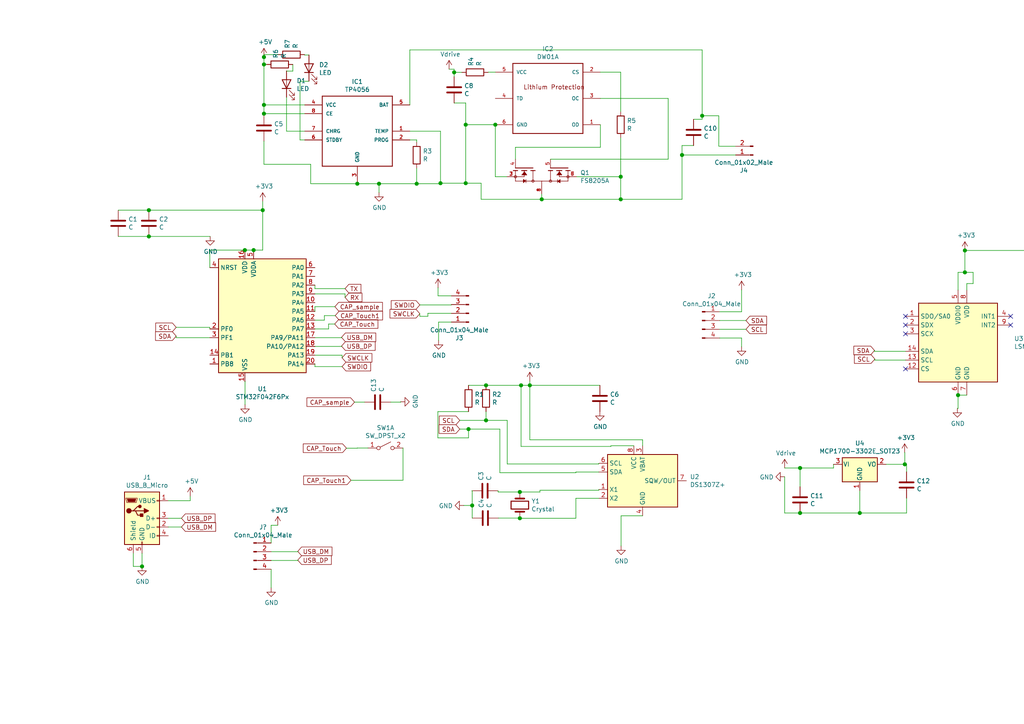
<source format=kicad_sch>
(kicad_sch (version 20200828) (generator eeschema)
  (page 1 1)
  (paper "A4")
  (lib_symbols
    (symbol "Connector:Conn_01x02_Male" (pin_names (offset 1.016) hide)
      (property "Reference" "J" (at 0 2.54 0))
      (property "Value" "Conn_01x02_Male" (at 0 -5.08 0))
      (symbol "Conn_01x02_Male_1_1"
        (rectangle (start 0.8636 -2.413) (end 0 -2.667) (stroke (width 0.1524)) (fill (type outline)))
        (rectangle (start 0.8636 0.127) (end 0 -0.127) (stroke (width 0.1524)) (fill (type outline)))
        (polyline (pts (xy 1.27 -2.54) (xy 0.8636 -2.54)) (stroke (width 0.1524)))
        (polyline (pts (xy 1.27 0) (xy 0.8636 0)) (stroke (width 0.1524)))
        (pin passive line (at 5.08 0 180) (length 3.81) (name "Pin_1") (number "1"))
        (pin passive line (at 5.08 -2.54 180) (length 3.81) (name "Pin_2") (number "2"))
      )
    )
    (symbol "Connector:Conn_01x04_Male" (pin_names (offset 1.016) hide)
      (property "Reference" "J" (at 0 5.08 0))
      (property "Value" "Conn_01x04_Male" (at 0 -7.62 0))
      (symbol "Conn_01x04_Male_1_1"
        (rectangle (start 0.8636 -4.953) (end 0 -5.207) (stroke (width 0.1524)) (fill (type outline)))
        (rectangle (start 0.8636 -2.413) (end 0 -2.667) (stroke (width 0.1524)) (fill (type outline)))
        (rectangle (start 0.8636 0.127) (end 0 -0.127) (stroke (width 0.1524)) (fill (type outline)))
        (rectangle (start 0.8636 2.667) (end 0 2.413) (stroke (width 0.1524)) (fill (type outline)))
        (polyline (pts (xy 1.27 -5.08) (xy 0.8636 -5.08)) (stroke (width 0.1524)))
        (polyline (pts (xy 1.27 -2.54) (xy 0.8636 -2.54)) (stroke (width 0.1524)))
        (polyline (pts (xy 1.27 0) (xy 0.8636 0)) (stroke (width 0.1524)))
        (polyline (pts (xy 1.27 2.54) (xy 0.8636 2.54)) (stroke (width 0.1524)))
        (pin passive line (at 5.08 2.54 180) (length 3.81) (name "Pin_1") (number "1"))
        (pin passive line (at 5.08 0 180) (length 3.81) (name "Pin_2") (number "2"))
        (pin passive line (at 5.08 -2.54 180) (length 3.81) (name "Pin_3") (number "3"))
        (pin passive line (at 5.08 -5.08 180) (length 3.81) (name "Pin_4") (number "4"))
      )
    )
    (symbol "Connector:USB_B_Micro" (pin_names (offset 1.016))
      (property "Reference" "J" (at -5.08 11.43 0))
      (property "Value" "USB_B_Micro" (at -5.08 8.89 0))
      (symbol "USB_B_Micro_0_1"
        (circle (center -3.81 2.159) (radius 0.635) (stroke (width 0.254)) (fill (type outline)))
        (circle (center -0.635 3.429) (radius 0.381) (stroke (width 0.254)) (fill (type outline)))
        (rectangle (start -5.08 -7.62) (end 5.08 7.62) (stroke (width 0.254)) (fill (type background)))
        (rectangle (start -0.127 -7.62) (end 0.127 -6.858))
        (rectangle (start 0.254 1.27) (end -0.508 0.508) (stroke (width 0.254)) (fill (type outline)))
        (rectangle (start 5.08 -5.207) (end 4.318 -4.953))
        (rectangle (start 5.08 -2.667) (end 4.318 -2.413))
        (rectangle (start 5.08 -0.127) (end 4.318 0.127))
        (rectangle (start 5.08 4.953) (end 4.318 5.207))
        (polyline (pts (xy -1.905 2.159) (xy 0.635 2.159)) (stroke (width 0.254)))
        (polyline (pts (xy -3.175 2.159) (xy -2.54 2.159) (xy -1.27 3.429) (xy -0.635 3.429)) (stroke (width 0.254)))
        (polyline (pts (xy -2.54 2.159) (xy -1.905 2.159) (xy -1.27 0.889) (xy 0 0.889)) (stroke (width 0.254)))
        (polyline (pts (xy 0.635 2.794) (xy 0.635 1.524) (xy 1.905 2.159) (xy 0.635 2.794)) (stroke (width 0.254)) (fill (type outline)))
        (polyline (pts (xy -4.318 5.588) (xy -1.778 5.588) (xy -2.032 4.826) (xy -4.064 4.826) (xy -4.318 5.588)) (fill (type outline)))
        (polyline (pts (xy -4.699 5.842) (xy -4.699 5.588) (xy -4.445 4.826) (xy -4.445 4.572) (xy -1.651 4.572) (xy -1.651 4.826) (xy -1.397 5.588) (xy -1.397 5.842) (xy -4.699 5.842)))
      )
      (symbol "USB_B_Micro_1_1"
        (pin power_out line (at 7.62 5.08 180) (length 2.54) (name "VBUS") (number "1"))
        (pin passive line (at 7.62 -2.54 180) (length 2.54) (name "D-") (number "2"))
        (pin passive line (at 7.62 0 180) (length 2.54) (name "D+") (number "3"))
        (pin passive line (at 7.62 -5.08 180) (length 2.54) (name "ID") (number "4"))
        (pin power_out line (at 0 -10.16 90) (length 2.54) (name "GND") (number "5"))
        (pin passive line (at -2.54 -10.16 90) (length 2.54) (name "Shield") (number "6"))
      )
    )
    (symbol "Device:C" (pin_numbers hide) (pin_names (offset 0.254))
      (property "Reference" "C" (at 0.635 2.54 0))
      (property "Value" "C" (at 0.635 -2.54 0))
      (symbol "C_0_1"
        (polyline (pts (xy -2.032 -0.762) (xy 2.032 -0.762)) (stroke (width 0.508)))
        (polyline (pts (xy -2.032 0.762) (xy 2.032 0.762)) (stroke (width 0.508)))
      )
      (symbol "C_1_1"
        (pin passive line (at 0 3.81 270) (length 2.794) (name "~") (number "1"))
        (pin passive line (at 0 -3.81 90) (length 2.794) (name "~") (number "2"))
      )
    )
    (symbol "Device:Crystal" (pin_numbers hide) (pin_names (offset 1.016) hide)
      (property "Reference" "Y" (at 0 3.81 0))
      (property "Value" "Crystal" (at 0 -3.81 0))
      (symbol "Crystal_0_1"
        (rectangle (start -1.143 2.54) (end 1.143 -2.54) (stroke (width 0.3048)))
        (polyline (pts (xy -2.54 0) (xy -1.905 0)))
        (polyline (pts (xy -1.905 -1.27) (xy -1.905 1.27)) (stroke (width 0.508)))
        (polyline (pts (xy 1.905 -1.27) (xy 1.905 1.27)) (stroke (width 0.508)))
        (polyline (pts (xy 2.54 0) (xy 1.905 0)))
      )
      (symbol "Crystal_1_1"
        (pin passive line (at -3.81 0 0) (length 1.27) (name "1") (number "1"))
        (pin passive line (at 3.81 0 180) (length 1.27) (name "2") (number "2"))
      )
    )
    (symbol "Device:LED" (pin_numbers hide) (pin_names (offset 1.016) hide)
      (property "Reference" "D" (at 0 2.54 0))
      (property "Value" "LED" (at 0 -2.54 0))
      (symbol "LED_0_1"
        (polyline (pts (xy -1.27 -1.27) (xy -1.27 1.27)) (stroke (width 0.254)))
        (polyline (pts (xy -1.27 0) (xy 1.27 0)))
        (polyline (pts (xy 1.27 -1.27) (xy 1.27 1.27) (xy -1.27 0) (xy 1.27 -1.27)) (stroke (width 0.254)))
        (polyline (pts (xy -3.048 -0.762) (xy -4.572 -2.286) (xy -3.81 -2.286) (xy -4.572 -2.286) (xy -4.572 -1.524)))
        (polyline (pts (xy -1.778 -0.762) (xy -3.302 -2.286) (xy -2.54 -2.286) (xy -3.302 -2.286) (xy -3.302 -1.524)))
      )
      (symbol "LED_1_1"
        (pin passive line (at -3.81 0 0) (length 2.54) (name "K") (number "1"))
        (pin passive line (at 3.81 0 180) (length 2.54) (name "A") (number "2"))
      )
    )
    (symbol "Device:R" (pin_numbers hide) (pin_names (offset 0))
      (property "Reference" "R" (at 2.032 0 90))
      (property "Value" "R" (at 0 0 90))
      (symbol "R_0_1"
        (rectangle (start -1.016 -2.54) (end 1.016 2.54) (stroke (width 0.254)))
      )
      (symbol "R_1_1"
        (pin passive line (at 0 3.81 270) (length 1.27) (name "~") (number "1"))
        (pin passive line (at 0 -3.81 90) (length 1.27) (name "~") (number "2"))
      )
    )
    (symbol "MCU_ST_STM32F0:STM32F042F6Px"
      (property "Reference" "U" (at -12.7 16.51 0))
      (property "Value" "STM32F042F6Px" (at 0 16.51 0))
      (symbol "STM32F042F6Px_0_1"
        (rectangle (start -12.7 -17.78) (end 12.7 15.24) (stroke (width 0.254)) (fill (type background)))
      )
      (symbol "STM32F042F6Px_1_1"
        (pin bidirectional line (at -15.24 -15.24 0) (length 2.54) (name "PB8") (number "1"))
        (pin bidirectional line (at 15.24 2.54 180) (length 2.54) (name "PA4") (number "10"))
        (pin bidirectional line (at 15.24 0 180) (length 2.54) (name "PA5") (number "11"))
        (pin bidirectional line (at 15.24 -2.54 180) (length 2.54) (name "PA6") (number "12"))
        (pin bidirectional line (at 15.24 -5.08 180) (length 2.54) (name "PA7") (number "13"))
        (pin bidirectional line (at -15.24 -12.7 0) (length 2.54) (name "PB1") (number "14"))
        (pin power_in line (at -5.08 -20.32 90) (length 2.54) (name "VSS") (number "15"))
        (pin power_in line (at -5.08 17.78 270) (length 2.54) (name "VDD") (number "16"))
        (pin bidirectional line (at 15.24 -7.62 180) (length 2.54) (name "PA9/PA11") (number "17"))
        (pin bidirectional line (at 15.24 -10.16 180) (length 2.54) (name "PA10/PA12") (number "18"))
        (pin bidirectional line (at 15.24 -12.7 180) (length 2.54) (name "PA13") (number "19"))
        (pin input line (at -15.24 -5.08 0) (length 2.54) (name "PF0") (number "2"))
        (pin bidirectional line (at 15.24 -15.24 180) (length 2.54) (name "PA14") (number "20"))
        (pin input line (at -15.24 -7.62 0) (length 2.54) (name "PF1") (number "3"))
        (pin input line (at -15.24 12.7 0) (length 2.54) (name "NRST") (number "4"))
        (pin power_in line (at -2.54 17.78 270) (length 2.54) (name "VDDA") (number "5"))
        (pin bidirectional line (at 15.24 12.7 180) (length 2.54) (name "PA0") (number "6"))
        (pin bidirectional line (at 15.24 10.16 180) (length 2.54) (name "PA1") (number "7"))
        (pin bidirectional line (at 15.24 7.62 180) (length 2.54) (name "PA2") (number "8"))
        (pin bidirectional line (at 15.24 5.08 180) (length 2.54) (name "PA3") (number "9"))
      )
    )
    (symbol "New_Library:DW01A" (pin_names (offset 1.016))
      (property "Reference" "IC" (at -5.08 11.43 0))
      (property "Value" "DW01A" (at -5.08 -12.7 0))
      (symbol "DW01A_0_0"
        (text "Lithium Protection" (at -7.112 2.54 0) (effects (font (size 1.27 1.27)) (justify left bottom)))
        (polyline (pts (xy -10.16 -10.16) (xy -10.16 10.16)) (stroke (width 0.254)))
        (polyline (pts (xy -10.16 10.16) (xy 10.16 10.16)) (stroke (width 0.254)))
        (polyline (pts (xy 10.16 10.16) (xy 10.16 -10.16)) (stroke (width 0.254)))
        (polyline (pts (xy 10.16 -10.16) (xy -10.16 -10.16)) (stroke (width 0.254)))
        (pin power_in line (at -15.24 7.62 0) (length 5.08) (name "VCC") (number "5"))
        (pin power_in line (at -15.24 -7.62 0) (length 5.08) (name "GND") (number "6"))
        (pin bidirectional line (at -15.24 0 0) (length 5.08) (name "TD") (number "4"))
        (pin bidirectional line (at 15.24 -7.62 180) (length 5.08) (name "OD") (number "1"))
        (pin bidirectional line (at 15.24 0 180) (length 5.08) (name "OC") (number "3"))
        (pin bidirectional line (at 15.24 7.62 180) (length 5.08) (name "CS") (number "2"))
      )
    )
    (symbol "New_Library:FS8205A" (pin_names (offset 1.016) hide)
      (property "Reference" "Q" (at -11.43 7.62 0))
      (property "Value" "FS8205A" (at -11.43 -12.7 0))
      (symbol "FS8205A_0_0"
        (circle (center 0 -7.62) (radius 0.3556))
        (circle (center 1.27 -2.54) (radius 0.3556))
        (circle (center 0 7.62) (radius 0.3556))
        (circle (center 1.27 2.54) (radius 0.3556))
        (polyline (pts (xy -1.778 -4.318) (xy -1.778 -5.08)) (stroke (width 0.254)))
        (polyline (pts (xy -1.778 -5.08) (xy -1.778 -5.842)) (stroke (width 0.254)))
        (polyline (pts (xy -1.778 -1.905) (xy -1.778 -2.54)) (stroke (width 0.254)))
        (polyline (pts (xy -1.778 -2.54) (xy -1.778 -3.175)) (stroke (width 0.254)))
        (polyline (pts (xy -1.778 -5.08) (xy 0 -5.08)) (stroke (width 0.1524)))
        (polyline (pts (xy 0 -5.08) (xy 0 -7.62)) (stroke (width 0.1524)))
        (polyline (pts (xy -1.778 -6.985) (xy -1.778 -7.62)) (stroke (width 0.254)))
        (polyline (pts (xy -1.778 -7.62) (xy -1.778 -8.255)) (stroke (width 0.254)))
        (polyline (pts (xy -2.54 -2.54) (xy -2.54 -7.62)) (stroke (width 0.254)))
        (polyline (pts (xy 0 -7.62) (xy -1.778 -7.62)) (stroke (width 0.1524)))
        (polyline (pts (xy 1.27 -2.54) (xy 1.27 -4.572)) (stroke (width 0.1524)))
        (polyline (pts (xy 1.27 -4.572) (xy 1.27 -7.62)) (stroke (width 0.1524)))
        (polyline (pts (xy 0 -7.62) (xy 1.27 -7.62)) (stroke (width 0.1524)))
        (polyline (pts (xy -1.778 -2.54) (xy 1.27 -2.54)) (stroke (width 0.1524)))
        (polyline (pts (xy 1.778 -4.572) (xy 1.27 -4.572)) (stroke (width 0.1524)))
        (polyline (pts (xy 1.27 -4.572) (xy 0.762 -4.572)) (stroke (width 0.1524)))
        (polyline (pts (xy 1.27 -4.572) (xy 0.762 -5.334) (xy 1.778 -5.334)) (stroke (width 0.1524)) (fill (type outline)))
        (polyline (pts (xy -1.524 -5.08) (xy -0.508 -4.318) (xy -0.508 -5.842)) (stroke (width 0.1524)) (fill (type outline)))
        (polyline (pts (xy -1.778 5.842) (xy -1.778 5.08)) (stroke (width 0.254)))
        (polyline (pts (xy -1.778 5.08) (xy -1.778 4.318)) (stroke (width 0.254)))
        (polyline (pts (xy -1.778 8.255) (xy -1.778 7.62)) (stroke (width 0.254)))
        (polyline (pts (xy -1.778 7.62) (xy -1.778 6.985)) (stroke (width 0.254)))
        (polyline (pts (xy -1.778 5.08) (xy 0 5.08)) (stroke (width 0.1524)))
        (polyline (pts (xy -1.778 3.175) (xy -1.778 2.54)) (stroke (width 0.254)))
        (polyline (pts (xy -1.778 2.54) (xy -1.778 1.905)) (stroke (width 0.254)))
        (polyline (pts (xy -2.54 7.62) (xy -2.54 2.54)) (stroke (width 0.254)))
        (polyline (pts (xy 1.27 2.54) (xy -1.778 2.54)) (stroke (width 0.1524)))
        (polyline (pts (xy -1.778 7.62) (xy 1.27 7.62)) (stroke (width 0.1524)))
        (polyline (pts (xy -1.524 5.08) (xy -0.508 5.842) (xy -0.508 4.318)) (stroke (width 0.1524)) (fill (type outline)))
        (polyline (pts (xy 1.27 2.54) (xy 1.27 4.572)) (stroke (width 0.1524)))
        (polyline (pts (xy 1.27 4.572) (xy 1.27 7.62)) (stroke (width 0.1524)))
        (polyline (pts (xy 0.762 4.572) (xy 1.27 4.572)) (stroke (width 0.1524)))
        (polyline (pts (xy 1.27 4.572) (xy 1.778 4.572)) (stroke (width 0.1524)))
        (polyline (pts (xy 1.27 4.572) (xy 1.778 5.334) (xy 0.762 5.334)) (stroke (width 0.1524)) (fill (type outline)))
        (polyline (pts (xy 0 7.62) (xy 0 5.08)) (stroke (width 0.1524)))
        (polyline (pts (xy 1.27 -2.54) (xy 1.27 0)) (stroke (width 0.1524)))
        (polyline (pts (xy 1.27 0) (xy 1.27 2.54)) (stroke (width 0.1524)))
        (polyline (pts (xy 1.27 0) (xy 2.54 0)) (stroke (width 0.1524)))
        (pin passive line (at 0 -10.16 90) (length 2.54) (name "~") (number "2"))
        (pin passive line (at 0 -10.16 90) (length 2.54) (name "~") (number "3"))
        (pin passive line (at -5.08 -7.62 0) (length 2.54) (name "~") (number "4"))
        (pin passive line (at 5.08 0 180) (length 2.54) (name "~") (number "1"))
        (pin passive line (at 5.08 0 180) (length 2.54) (name "~") (number "8"))
        (pin passive line (at -5.08 2.54 0) (length 2.54) (name "~") (number "5"))
        (pin passive line (at 0 10.16 270) (length 2.54) (name "~") (number "6"))
        (pin passive line (at 0 10.16 270) (length 2.54) (name "~") (number "7"))
      )
    )
    (symbol "New_Library:TP4056" (pin_names (offset 1.016))
      (property "Reference" "IC" (at -10.16 12.7 0))
      (property "Value" "TP4056" (at 2.54 -12.7254 0))
      (symbol "TP4056_0_0"
        (polyline (pts (xy -10.16 10.16) (xy -10.16 -10.16)) (stroke (width 0.254)))
        (polyline (pts (xy -10.16 -10.16) (xy 10.16 -10.16)) (stroke (width 0.254)))
        (polyline (pts (xy 10.16 -10.16) (xy 10.16 10.16)) (stroke (width 0.254)))
        (polyline (pts (xy 10.16 10.16) (xy -10.16 10.16)) (stroke (width 0.254)))
        (pin bidirectional line (at 15.24 0 180) (length 5.08) (name "TEMP") (number "1"))
        (pin bidirectional line (at 15.24 -2.54 180) (length 5.08) (name "PROG") (number "2"))
        (pin bidirectional line (at 0 -15.24 90) (length 5.08) (name "GND") (number "3"))
        (pin bidirectional line (at -15.24 7.62 0) (length 5.08) (name "VCC") (number "4"))
        (pin bidirectional line (at 15.24 7.62 180) (length 5.08) (name "BAT") (number "5"))
        (pin bidirectional line (at -15.24 -2.54 0) (length 5.08) (name "STDBY") (number "6"))
        (pin bidirectional line (at -15.24 0 0) (length 5.08) (name "CHRG") (number "7"))
        (pin bidirectional line (at -15.24 5.08 0) (length 5.08) (name "CE") (number "8"))
      )
    )
    (symbol "Sensor_Motion:LSM6DS3"
      (property "Reference" "U" (at -11.43 15.24 0))
      (property "Value" "LSM6DS3" (at -11.43 12.7 0))
      (symbol "LSM6DS3_0_1"
        (rectangle (start 11.43 11.43) (end -11.43 -11.43) (stroke (width 0.254)) (fill (type background)))
      )
      (symbol "LSM6DS3_1_1"
        (pin bidirectional line (at -15.24 7.62 0) (length 3.81) (name "SDO/SA0") (number "1"))
        (pin unconnected line (at 10.16 -5.08 180) (length 3.81) hide (name "NC") (number "10"))
        (pin unconnected line (at 10.16 -2.54 180) (length 3.81) hide (name "NC") (number "11"))
        (pin input line (at -15.24 -7.62 0) (length 3.81) (name "CS") (number "12"))
        (pin input line (at -15.24 -5.08 0) (length 3.81) (name "SCL") (number "13"))
        (pin bidirectional line (at -15.24 -2.54 0) (length 3.81) (name "SDA") (number "14"))
        (pin bidirectional line (at -15.24 5.08 0) (length 3.81) (name "SDX") (number "2"))
        (pin input line (at -15.24 2.54 0) (length 3.81) (name "SCX") (number "3"))
        (pin output line (at 15.24 7.62 180) (length 3.81) (name "INT1") (number "4"))
        (pin power_in line (at 0 15.24 270) (length 3.81) (name "VDDIO") (number "5"))
        (pin power_in line (at 0 -15.24 90) (length 3.81) (name "GND") (number "6"))
        (pin power_in line (at 2.54 -15.24 90) (length 3.81) (name "GND") (number "7"))
        (pin power_in line (at 2.54 15.24 270) (length 3.81) (name "VDD") (number "8"))
        (pin output line (at 15.24 5.08 180) (length 3.81) (name "INT2") (number "9"))
      )
    )
    (symbol "Switch:SW_DPST_x2" (pin_names (offset 0) hide)
      (property "Reference" "SW" (at 0 3.175 0))
      (property "Value" "SW_DPST_x2" (at 0 -2.54 0))
      (symbol "SW_DPST_x2_0_0"
        (circle (center -2.032 0) (radius 0.508))
        (circle (center 2.032 0) (radius 0.508))
        (polyline (pts (xy -1.524 0.254) (xy 1.524 1.778)))
      )
      (symbol "SW_DPST_x2_1_1"
        (pin passive line (at -5.08 0 0) (length 2.54) (name "A") (number "1"))
        (pin passive line (at 5.08 0 180) (length 2.54) (name "B") (number "2"))
      )
      (symbol "SW_DPST_x2_2_1"
        (pin passive line (at -5.08 0 0) (length 2.54) (name "A") (number "3"))
        (pin passive line (at 5.08 0 180) (length 2.54) (name "B") (number "4"))
      )
    )
    (symbol "Timer_RTC:DS1307Z+"
      (property "Reference" "U" (at -8.89 8.89 0))
      (property "Value" "DS1307Z+" (at 1.27 8.89 0))
      (symbol "DS1307Z+_0_1"
        (rectangle (start -10.16 7.62) (end 10.16 -7.62) (stroke (width 0.254)) (fill (type background)))
      )
      (symbol "DS1307Z+_1_1"
        (pin input line (at -12.7 -2.54 0) (length 2.54) (name "X1") (number "1"))
        (pin input line (at -12.7 -5.08 0) (length 2.54) (name "X2") (number "2"))
        (pin power_in line (at 0 10.16 270) (length 2.54) (name "VBAT") (number "3"))
        (pin power_in line (at 0 -10.16 90) (length 2.54) (name "GND") (number "4"))
        (pin bidirectional line (at -12.7 2.54 0) (length 2.54) (name "SDA") (number "5"))
        (pin input line (at -12.7 5.08 0) (length 2.54) (name "SCL") (number "6"))
        (pin open_collector line (at 12.7 0 180) (length 2.54) (name "SQW/OUT") (number "7"))
        (pin power_in line (at -2.54 10.16 270) (length 2.54) (name "VCC") (number "8"))
      )
    )
    (symbol "drone_v3-cache:MCP1700-3302E_SOT23" (pin_names (offset 0.254))
      (property "Reference" "U" (at -3.81 3.175 0))
      (property "Value" "MCP1700-3302E_SOT23" (at 0 3.175 0))
      (symbol "MCP1700-3302E_SOT23_0_1"
        (rectangle (start -5.08 1.905) (end 5.08 -5.08) (stroke (width 0.254)) (fill (type background)))
      )
      (symbol "MCP1700-3302E_SOT23_1_1"
        (pin power_in line (at 0 -7.62 90) (length 2.54) (name "GND") (number "1"))
        (pin power_out line (at 7.62 0 180) (length 2.54) (name "VO") (number "2"))
        (pin power_in line (at -7.62 0 0) (length 2.54) (name "VI") (number "3"))
      )
    )
    (symbol "power:+3.3V" (power) (pin_names (offset 0))
      (property "Value" "+3.3V" (at 0 3.556 0))
      (symbol "+3.3V_0_1"
        (polyline (pts (xy -0.762 1.27) (xy 0 2.54)))
        (polyline (pts (xy 0 0) (xy 0 2.54)))
        (polyline (pts (xy 0 2.54) (xy 0.762 1.27)))
      )
      (symbol "+3.3V_1_1"
        (pin power_in line (at 0 0 90) (length 0) hide (name "+3V3") (number "1"))
      )
    )
    (symbol "power:+3V3" (power) (pin_names (offset 0))
      (property "Value" "+3V3" (at 0 3.556 0))
      (symbol "+3V3_0_1"
        (polyline (pts (xy -0.762 1.27) (xy 0 2.54)))
        (polyline (pts (xy 0 0) (xy 0 2.54)))
        (polyline (pts (xy 0 2.54) (xy 0.762 1.27)))
      )
      (symbol "+3V3_1_1"
        (pin power_in line (at 0 0 90) (length 0) hide (name "+3V3") (number "1"))
      )
    )
    (symbol "power:+5V" (power) (pin_names (offset 0))
      (property "Value" "+5V" (at 0 3.556 0))
      (symbol "+5V_0_1"
        (polyline (pts (xy -0.762 1.27) (xy 0 2.54)))
        (polyline (pts (xy 0 0) (xy 0 2.54)))
        (polyline (pts (xy 0 2.54) (xy 0.762 1.27)))
      )
      (symbol "+5V_1_1"
        (pin power_in line (at 0 0 90) (length 0) hide (name "+5V") (number "1"))
      )
    )
    (symbol "power:GND" (power) (pin_names (offset 0))
      (property "Value" "GND" (at 0 -3.81 0))
      (symbol "GND_0_1"
        (polyline (pts (xy 0 0) (xy 0 -1.27) (xy 1.27 -1.27) (xy 0 -2.54) (xy -1.27 -1.27) (xy 0 -1.27)))
      )
      (symbol "GND_1_1"
        (pin power_in line (at 0 0 270) (length 0) hide (name "GND") (number "1"))
      )
    )
    (symbol "power:Vdrive" (power) (pin_names (offset 0))
      (property "Value" "Vdrive" (at 0 3.81 0))
      (symbol "Vdrive_0_1"
        (polyline (pts (xy -0.762 1.27) (xy 0 2.54)))
        (polyline (pts (xy 0 0) (xy 0 2.54)))
        (polyline (pts (xy 0 2.54) (xy 0.762 1.27)))
      )
      (symbol "Vdrive_1_1"
        (pin power_in line (at 0 0 90) (length 0) hide (name "Vdrive") (number "1"))
      )
    )
  )
  (junction (at 41.1988 164.2872) (diameter 1.016))
  (junction (at 43.18 60.96) (diameter 1.016))
  (junction (at 43.18 68.58) (diameter 1.016))
  (junction (at 71.0184 72.5424) (diameter 1.016))
  (junction (at 73.5584 72.5424) (diameter 1.016))
  (junction (at 76.2 60.96) (diameter 1.016))
  (junction (at 76.5556 16.5608) (diameter 1.016))
  (junction (at 76.5556 18.6944) (diameter 1.016))
  (junction (at 76.5556 30.4292) (diameter 1.016))
  (junction (at 76.5556 32.9692) (diameter 1.016))
  (junction (at 103.632 53.2892) (diameter 1.016))
  (junction (at 109.9312 53.2892) (diameter 1.016))
  (junction (at 120.8532 53.2892) (diameter 1.016))
  (junction (at 127.762 53.1368) (diameter 1.016))
  (junction (at 131.7244 20.9804) (diameter 1.016))
  (junction (at 135.0772 36.1696) (diameter 1.016))
  (junction (at 135.0772 53.1368) (diameter 1.016))
  (junction (at 135.89 124.46) (diameter 1.016))
  (junction (at 136.9568 146.6088) (diameter 1.016))
  (junction (at 140.97 111.76) (diameter 1.016))
  (junction (at 140.97 121.92) (diameter 1.016))
  (junction (at 143.6624 36.1696) (diameter 1.016))
  (junction (at 150.7744 142.6972) (diameter 1.016))
  (junction (at 150.7744 150.3172) (diameter 1.016))
  (junction (at 151.13 111.76) (diameter 1.016))
  (junction (at 153.67 111.76) (diameter 1.016))
  (junction (at 157.1244 57.8104) (diameter 1.016))
  (junction (at 180.0352 51.2572) (diameter 1.016))
  (junction (at 180.0352 57.8104) (diameter 1.016))
  (junction (at 197.8152 44.958) (diameter 1.016))
  (junction (at 203.6572 33.5788) (diameter 1.016))
  (junction (at 232.0544 135.7376) (diameter 1.016))
  (junction (at 232.0544 148.7932) (diameter 1.016))
  (junction (at 249.3772 148.7932) (diameter 1.016))
  (junction (at 262.4328 134.6708) (diameter 1.016))
  (junction (at 277.876 114.6048) (diameter 1.016))
  (junction (at 279.8572 72.644) (diameter 1.016))
  (junction (at 279.8572 78.994) (diameter 1.016))
  (junction (at 302.7172 72.644) (diameter 1.016))
  (junction (at 310.3372 81.534) (diameter 1.016))
  (no_connect (at 262.636 91.7448))
  (no_connect (at 262.636 106.9848))
  (no_connect (at 293.116 91.7448))
  (no_connect (at 293.116 94.2848))
  (no_connect (at 262.636 96.8248))
  (no_connect (at 262.636 94.2848))
  (wire (pts (xy 38.6588 160.4772) (xy 38.6588 164.2872)))
  (wire (pts (xy 38.6588 164.2872) (xy 41.1988 164.2872)))
  (wire (pts (xy 41.1988 160.4772) (xy 41.1988 164.2872)))
  (wire (pts (xy 43.18 60.96) (xy 34.29 60.96)))
  (wire (pts (xy 43.18 60.96) (xy 76.2 60.96)))
  (wire (pts (xy 43.18 68.58) (xy 34.29 68.58)))
  (wire (pts (xy 43.18 68.58) (xy 60.96 68.58)))
  (wire (pts (xy 48.8188 145.2372) (xy 55.1688 145.2372)))
  (wire (pts (xy 48.8188 150.3172) (xy 52.6288 150.3172)))
  (wire (pts (xy 48.8188 152.8572) (xy 52.6288 152.8572)))
  (wire (pts (xy 51.1048 94.9452) (xy 60.8584 94.9452)))
  (wire (pts (xy 51.1048 97.9424) (xy 51.1048 97.4852)))
  (wire (pts (xy 55.1688 145.2372) (xy 55.1688 143.9672)))
  (wire (pts (xy 60.8584 72.5424) (xy 71.0184 72.5424)))
  (wire (pts (xy 60.8584 77.6224) (xy 60.8584 72.5424)))
  (wire (pts (xy 60.8584 94.9452) (xy 60.8584 95.4024)))
  (wire (pts (xy 60.8584 97.9424) (xy 51.1048 97.9424)))
  (wire (pts (xy 71.0184 72.5424) (xy 73.5584 72.5424)))
  (wire (pts (xy 71.0692 110.6424) (xy 71.0184 110.6424)))
  (wire (pts (xy 71.0692 117.348) (xy 71.0692 110.6424)))
  (wire (pts (xy 76.2 60.96) (xy 76.2 58.42)))
  (wire (pts (xy 76.2 60.96) (xy 76.2 72.5424)))
  (wire (pts (xy 76.2 72.5424) (xy 73.5584 72.5424)))
  (wire (pts (xy 76.5556 15.8496) (xy 76.5556 16.5608)))
  (wire (pts (xy 76.5556 16.5608) (xy 76.5556 18.6944)))
  (wire (pts (xy 76.5556 18.6944) (xy 76.5556 30.4292)))
  (wire (pts (xy 76.5556 18.6944) (xy 77.3176 18.6944)))
  (wire (pts (xy 76.5556 30.4292) (xy 76.5556 32.9692)))
  (wire (pts (xy 76.5556 32.9692) (xy 76.5556 33.3248)))
  (wire (pts (xy 76.5556 40.9448) (xy 76.5556 47.6504)))
  (wire (pts (xy 76.5556 47.6504) (xy 90.1192 47.6504)))
  (wire (pts (xy 78.6384 152.3492) (xy 80.5688 152.3492)))
  (wire (pts (xy 78.6384 157.48) (xy 78.6384 152.3492)))
  (wire (pts (xy 78.6384 160.02) (xy 86.36 160.02)))
  (wire (pts (xy 78.6384 165.1) (xy 78.6384 170.4848)))
  (wire (pts (xy 80.7212 15.8496) (xy 76.5556 15.8496)))
  (wire (pts (xy 83.1088 20.574) (xy 83.1088 20.6248)))
  (wire (pts (xy 83.1088 20.6248) (xy 84.9376 20.6248)))
  (wire (pts (xy 83.1088 28.194) (xy 83.1088 38.0492)))
  (wire (pts (xy 83.1088 38.0492) (xy 88.392 38.0492)))
  (wire (pts (xy 84.9376 20.6248) (xy 84.9376 18.6944)))
  (wire (pts (xy 86.36 160.02) (xy 86.36 159.9184)))
  (wire (pts (xy 86.36 162.4584) (xy 86.36 162.56)))
  (wire (pts (xy 86.36 162.56) (xy 78.6384 162.56)))
  (wire (pts (xy 87.0204 23.5712) (xy 87.0204 40.5892)))
  (wire (pts (xy 87.0204 40.5892) (xy 88.392 40.5892)))
  (wire (pts (xy 88.3412 15.9512) (xy 88.3412 15.8496)))
  (wire (pts (xy 88.392 30.4292) (xy 76.5556 30.4292)))
  (wire (pts (xy 88.392 32.9692) (xy 76.5556 32.9692)))
  (wire (pts (xy 89.6112 15.9512) (xy 88.3412 15.9512)))
  (wire (pts (xy 89.6112 23.5712) (xy 87.0204 23.5712)))
  (wire (pts (xy 90.1192 47.6504) (xy 90.1192 53.2892)))
  (wire (pts (xy 90.1192 53.2892) (xy 103.632 53.2892)))
  (wire (pts (xy 91.3384 83.7184) (xy 91.3384 82.7024)))
  (wire (pts (xy 91.3384 85.2424) (xy 100.076 85.2424)))
  (wire (pts (xy 91.3384 88.9508) (xy 97.1296 88.9508)))
  (wire (pts (xy 91.3384 90.3224) (xy 91.3384 88.9508)))
  (wire (pts (xy 91.3384 92.8624) (xy 94.0816 92.8624)))
  (wire (pts (xy 91.3384 95.4024) (xy 95.3008 95.4024)))
  (wire (pts (xy 91.3384 97.9424) (xy 99.06 97.9424)))
  (wire (pts (xy 91.3384 103.0224) (xy 99.2124 103.0224)))
  (wire (pts (xy 91.3384 106.3244) (xy 91.3384 105.5624)))
  (wire (pts (xy 94.0816 91.5416) (xy 97.2312 91.5416)))
  (wire (pts (xy 94.0816 92.8624) (xy 94.0816 91.5416)))
  (wire (pts (xy 95.3008 93.98) (xy 97.0788 93.98)))
  (wire (pts (xy 95.3008 95.4024) (xy 95.3008 93.98)))
  (wire (pts (xy 99.06 97.9424) (xy 99.06 97.8408)))
  (wire (pts (xy 99.06 100.3808) (xy 99.06 100.4824)))
  (wire (pts (xy 99.06 100.4824) (xy 91.3384 100.4824)))
  (wire (pts (xy 99.2124 103.0224) (xy 99.2124 103.7844)))
  (wire (pts (xy 99.2124 106.3244) (xy 91.3384 106.3244)))
  (wire (pts (xy 100.076 83.7184) (xy 91.3384 83.7184)))
  (wire (pts (xy 100.076 85.2424) (xy 100.076 86.2584)))
  (wire (pts (xy 101.8032 139.2936) (xy 116.8908 139.2936)))
  (wire (pts (xy 102.8192 116.6368) (xy 105.7148 116.6368)))
  (wire (pts (xy 103.632 53.2892) (xy 109.9312 53.2892)))
  (wire (pts (xy 103.632 129.9464) (xy 103.632 129.9972)))
  (wire (pts (xy 103.632 129.9972) (xy 100.4824 129.9972)))
  (wire (pts (xy 106.7308 129.9464) (xy 103.632 129.9464)))
  (wire (pts (xy 109.9312 53.2892) (xy 109.9312 55.8292)))
  (wire (pts (xy 109.9312 53.2892) (xy 120.8532 53.2892)))
  (wire (pts (xy 113.3348 116.6368) (xy 116.1796 116.6368)))
  (wire (pts (xy 116.1796 116.6368) (xy 116.1796 116.5352)))
  (wire (pts (xy 116.8908 129.9464) (xy 116.8908 139.2936)))
  (wire (pts (xy 118.872 14.478) (xy 203.6572 14.478)))
  (wire (pts (xy 118.872 30.4292) (xy 118.872 14.478)))
  (wire (pts (xy 118.872 40.5892) (xy 120.8532 40.5892)))
  (wire (pts (xy 120.8532 40.5892) (xy 120.8532 41.1988)))
  (wire (pts (xy 120.8532 48.8188) (xy 120.8532 53.2892)))
  (wire (pts (xy 120.8532 53.2892) (xy 127.762 53.2892)))
  (wire (pts (xy 121.7676 88.4428) (xy 130.9116 88.4428)))
  (wire (pts (xy 121.7676 91.7448) (xy 121.7676 90.9828)))
  (wire (pts (xy 124.1044 90.8812) (xy 124.1044 91.7448)))
  (wire (pts (xy 124.1044 91.7448) (xy 121.7676 91.7448)))
  (wire (pts (xy 127 119.38) (xy 127 127)))
  (wire (pts (xy 127 127) (xy 135.89 127)))
  (wire (pts (xy 127.0508 85.8012) (xy 127.0508 83.4644)))
  (wire (pts (xy 127.2032 93.4212) (xy 127.2032 98.7552)))
  (wire (pts (xy 127.762 38.0492) (xy 118.872 38.0492)))
  (wire (pts (xy 127.762 38.0492) (xy 127.762 53.1368)))
  (wire (pts (xy 127.762 53.1368) (xy 127.762 53.2892)))
  (wire (pts (xy 127.762 53.1368) (xy 135.0772 53.1368)))
  (wire (pts (xy 130.2512 20.066) (xy 131.7244 20.066)))
  (wire (pts (xy 130.9116 85.8012) (xy 127.0508 85.8012)))
  (wire (pts (xy 130.9116 88.4428) (xy 130.9116 88.3412)))
  (wire (pts (xy 130.9116 90.8812) (xy 124.1044 90.8812)))
  (wire (pts (xy 130.9116 93.4212) (xy 127.2032 93.4212)))
  (wire (pts (xy 131.7244 20.066) (xy 131.7244 20.9804)))
  (wire (pts (xy 131.7244 20.9804) (xy 131.7244 22.2504)))
  (wire (pts (xy 131.7244 29.8704) (xy 135.0772 29.8704)))
  (wire (pts (xy 133.35 121.92) (xy 140.97 121.92)))
  (wire (pts (xy 133.9596 20.9804) (xy 131.7244 20.9804)))
  (wire (pts (xy 134.5184 146.6088) (xy 136.9568 146.6088)))
  (wire (pts (xy 135.0772 29.8704) (xy 135.0772 36.1696)))
  (wire (pts (xy 135.0772 36.1696) (xy 135.0772 53.1368)))
  (wire (pts (xy 135.0772 53.1368) (xy 139.5476 53.1368)))
  (wire (pts (xy 135.89 111.76) (xy 140.97 111.76)))
  (wire (pts (xy 135.89 119.38) (xy 127 119.38)))
  (wire (pts (xy 135.89 124.46) (xy 133.35 124.46)))
  (wire (pts (xy 135.89 124.46) (xy 144.9832 124.46)))
  (wire (pts (xy 135.89 127) (xy 135.89 124.46)))
  (wire (pts (xy 136.9568 142.3416) (xy 136.8552 142.3416)))
  (wire (pts (xy 136.9568 146.6088) (xy 136.9568 142.3416)))
  (wire (pts (xy 136.9568 150.2664) (xy 136.9568 146.6088)))
  (wire (pts (xy 139.5476 57.8104) (xy 139.5476 53.1368)))
  (wire (pts (xy 140.97 111.76) (xy 151.13 111.76)))
  (wire (pts (xy 140.97 119.38) (xy 140.97 121.92)))
  (wire (pts (xy 140.97 121.92) (xy 147.1168 121.92)))
  (wire (pts (xy 141.5796 20.9296) (xy 141.5796 20.9804)))
  (wire (pts (xy 143.6624 20.9296) (xy 141.5796 20.9296)))
  (wire (pts (xy 143.6624 36.1696) (xy 135.0772 36.1696)))
  (wire (pts (xy 143.6624 51.2572) (xy 143.6624 36.1696)))
  (wire (pts (xy 144.4752 142.6972) (xy 144.4752 142.3416)))
  (wire (pts (xy 144.5768 150.2664) (xy 150.7744 150.2664)))
  (wire (pts (xy 144.9832 137.1092) (xy 144.9832 124.46)))
  (wire (pts (xy 146.9644 51.2572) (xy 143.6624 51.2572)))
  (wire (pts (xy 147.1168 121.92) (xy 147.1168 134.5692)))
  (wire (pts (xy 147.1168 134.5692) (xy 173.6852 134.5692)))
  (wire (pts (xy 149.5044 42.7228) (xy 174.1424 42.7228)))
  (wire (pts (xy 149.5044 46.1772) (xy 149.5044 42.7228)))
  (wire (pts (xy 150.7744 142.6972) (xy 144.4752 142.6972)))
  (wire (pts (xy 150.7744 142.6972) (xy 156.6164 142.6972)))
  (wire (pts (xy 150.7744 150.2664) (xy 150.7744 150.3172)))
  (wire (pts (xy 150.7744 150.3172) (xy 167.0304 150.3172)))
  (wire (pts (xy 151.13 111.76) (xy 151.13 129.4892)))
  (wire (pts (xy 151.13 111.76) (xy 153.67 111.76)))
  (wire (pts (xy 153.67 111.76) (xy 153.67 110.49)))
  (wire (pts (xy 153.67 111.76) (xy 153.67 127.5588)))
  (wire (pts (xy 153.67 111.76) (xy 173.99 111.76)))
  (wire (pts (xy 153.67 127.5588) (xy 186.3852 127.5588)))
  (wire (pts (xy 156.6164 142.1892) (xy 173.6852 142.1892)))
  (wire (pts (xy 156.6164 142.6972) (xy 156.6164 142.1892)))
  (wire (pts (xy 157.1244 57.8104) (xy 139.5476 57.8104)))
  (wire (pts (xy 157.1244 57.8104) (xy 157.1244 56.3372)))
  (wire (pts (xy 157.1244 57.8104) (xy 180.0352 57.8104)))
  (wire (pts (xy 159.6644 46.1772) (xy 193.802 46.1772)))
  (wire (pts (xy 167.0304 136.906) (xy 167.0304 137.1092)))
  (wire (pts (xy 167.0304 137.1092) (xy 144.9832 137.1092)))
  (wire (pts (xy 167.0304 144.526) (xy 167.0304 150.3172)))
  (wire (pts (xy 167.0304 144.526) (xy 173.6852 144.526)))
  (wire (pts (xy 167.2844 51.2572) (xy 180.0352 51.2572)))
  (wire (pts (xy 173.6852 134.5692) (xy 173.6852 134.366)))
  (wire (pts (xy 173.6852 136.906) (xy 167.0304 136.906)))
  (wire (pts (xy 173.6852 142.1892) (xy 173.6852 141.986)))
  (wire (pts (xy 174.1424 20.9296) (xy 180.0352 20.9296)))
  (wire (pts (xy 174.1424 36.1696) (xy 174.1424 42.7228)))
  (wire (pts (xy 177.1904 129.286) (xy 177.1904 129.4892)))
  (wire (pts (xy 177.1904 129.4892) (xy 151.13 129.4892)))
  (wire (pts (xy 180.0352 20.9296) (xy 180.0352 32.3596)))
  (wire (pts (xy 180.0352 39.9796) (xy 180.0352 51.2572)))
  (wire (pts (xy 180.0352 51.2572) (xy 180.0352 57.8104)))
  (wire (pts (xy 180.1368 149.606) (xy 186.3852 149.606)))
  (wire (pts (xy 180.1368 158.3436) (xy 180.1368 149.606)))
  (wire (pts (xy 183.8452 129.286) (xy 177.1904 129.286)))
  (wire (pts (xy 186.3852 127.5588) (xy 186.3852 129.286)))
  (wire (pts (xy 193.802 28.5496) (xy 174.1424 28.5496)))
  (wire (pts (xy 193.802 46.1772) (xy 193.802 28.5496)))
  (wire (pts (xy 197.8152 42.2148) (xy 197.8152 44.958)))
  (wire (pts (xy 197.8152 44.958) (xy 197.8152 57.8104)))
  (wire (pts (xy 197.8152 57.8104) (xy 180.0352 57.8104)))
  (wire (pts (xy 201.168 34.5948) (xy 203.6572 34.5948)))
  (wire (pts (xy 201.168 42.2148) (xy 197.8152 42.2148)))
  (wire (pts (xy 203.6572 14.478) (xy 203.6572 33.5788)))
  (wire (pts (xy 203.6572 33.5788) (xy 208.4832 33.5788)))
  (wire (pts (xy 203.6572 34.5948) (xy 203.6572 33.5788)))
  (wire (pts (xy 208.4832 33.5788) (xy 208.4832 42.418)))
  (wire (pts (xy 208.4832 42.418) (xy 213.36 42.418)))
  (wire (pts (xy 208.7372 90.424) (xy 215.0872 90.424)))
  (wire (pts (xy 208.7372 92.964) (xy 216.3572 92.964)))
  (wire (pts (xy 208.7372 98.044) (xy 215.0872 98.044)))
  (wire (pts (xy 213.36 44.958) (xy 197.8152 44.958)))
  (wire (pts (xy 215.0872 90.424) (xy 215.0872 84.074)))
  (wire (pts (xy 215.0872 98.044) (xy 215.0872 100.584)))
  (wire (pts (xy 216.3572 95.504) (xy 208.7372 95.504)))
  (wire (pts (xy 227.584 135.7376) (xy 232.0544 135.7376)))
  (wire (pts (xy 227.584 138.2776) (xy 227.584 148.7932)))
  (wire (pts (xy 227.584 148.7932) (xy 232.0544 148.7932)))
  (wire (pts (xy 232.0544 135.7376) (xy 241.7572 135.7376)))
  (wire (pts (xy 232.0544 141.1732) (xy 232.0544 135.7376)))
  (wire (pts (xy 232.0544 148.7932) (xy 249.3772 148.7932)))
  (wire (pts (xy 241.7572 135.7376) (xy 241.7572 134.6708)))
  (wire (pts (xy 249.3772 148.7932) (xy 249.3772 142.2908)))
  (wire (pts (xy 249.3772 148.7932) (xy 262.9408 148.7932)))
  (wire (pts (xy 253.6444 101.6508) (xy 253.6444 101.9048)))
  (wire (pts (xy 253.6444 101.9048) (xy 262.636 101.9048)))
  (wire (pts (xy 253.746 104.4448) (xy 253.746 104.14)))
  (wire (pts (xy 256.9972 134.6708) (xy 262.4328 134.6708)))
  (wire (pts (xy 262.382 131.2672) (xy 262.4328 131.2672)))
  (wire (pts (xy 262.4328 131.2672) (xy 262.4328 134.6708)))
  (wire (pts (xy 262.636 104.4448) (xy 253.746 104.4448)))
  (wire (pts (xy 262.9408 134.6708) (xy 262.4328 134.6708)))
  (wire (pts (xy 262.9408 136.8552) (xy 262.9408 134.6708)))
  (wire (pts (xy 262.9408 148.7932) (xy 262.9408 144.4752)))
  (wire (pts (xy 277.876 78.994) (xy 279.8572 78.994)))
  (wire (pts (xy 277.876 84.1248) (xy 277.876 78.994)))
  (wire (pts (xy 277.876 114.6048) (xy 277.876 118.4656)))
  (wire (pts (xy 277.876 114.6048) (xy 280.416 114.6048)))
  (wire (pts (xy 277.876 118.4656) (xy 277.6728 118.4656)))
  (wire (pts (xy 279.8572 72.644) (xy 279.8572 78.994)))
  (wire (pts (xy 279.8572 72.644) (xy 302.7172 72.644)))
  (wire (pts (xy 280.416 82.2452) (xy 280.416 84.1248)))
  (wire (pts (xy 282.2448 78.994) (xy 279.8572 78.994)))
  (wire (pts (xy 282.2448 78.994) (xy 282.2448 82.2452)))
  (wire (pts (xy 282.2448 82.2452) (xy 280.416 82.2452)))
  (wire (pts (xy 302.7172 71.374) (xy 315.4172 71.374)))
  (wire (pts (xy 302.7172 72.644) (xy 302.7172 71.374)))
  (wire (pts (xy 302.7172 72.7456) (xy 302.7172 72.644)))
  (wire (pts (xy 306.2224 72.7456) (xy 302.7172 72.7456)))
  (wire (pts (xy 306.2224 81.534) (xy 306.2224 80.3656)))
  (wire (pts (xy 310.3372 78.994) (xy 315.4172 78.994)))
  (wire (pts (xy 310.3372 81.534) (xy 306.2224 81.534)))
  (wire (pts (xy 310.3372 81.534) (xy 310.3372 78.994)))
  (global_label "SCL" (shape input) (at 51.1048 94.9452 180))
  (global_label "SDA" (shape input) (at 51.1048 97.4852 180))
  (global_label "USB_DP" (shape input) (at 52.6288 150.3172 0))
  (global_label "USB_DM" (shape input) (at 52.6288 152.8572 0))
  (global_label "USB_DM" (shape input) (at 86.36 159.9184 0))
  (global_label "USB_DP" (shape input) (at 86.36 162.4584 0))
  (global_label "CAP_Touch" (shape input) (at 97.0788 93.98 0))
  (global_label "CAP_sample" (shape input) (at 97.1296 88.9508 0))
  (global_label "CAP_Touch1" (shape input) (at 97.2312 91.5416 0))
  (global_label "USB_DM" (shape input) (at 99.06 97.8408 0))
  (global_label "USB_DP" (shape input) (at 99.06 100.3808 0))
  (global_label "SWCLK" (shape input) (at 99.2124 103.7844 0))
  (global_label "SWDIO" (shape input) (at 99.2124 106.3244 0))
  (global_label "TX" (shape input) (at 100.076 83.7184 0))
  (global_label "RX" (shape input) (at 100.076 86.2584 0))
  (global_label "CAP_Touch" (shape input) (at 100.4824 129.9972 180))
  (global_label "CAP_Touch1" (shape input) (at 101.8032 139.2936 180))
  (global_label "CAP_sample" (shape input) (at 102.8192 116.6368 180))
  (global_label "SWDIO" (shape input) (at 121.7676 88.4428 180))
  (global_label "SWCLK" (shape input) (at 121.7676 90.9828 180))
  (global_label "SCL" (shape input) (at 133.35 121.92 180))
  (global_label "SDA" (shape input) (at 133.35 124.46 180))
  (global_label "SDA" (shape input) (at 216.3572 92.964 0))
  (global_label "SCL" (shape input) (at 216.3572 95.504 0))
  (global_label "SDA" (shape input) (at 253.6444 101.6508 180))
  (global_label "SCL" (shape input) (at 253.746 104.14 180))
  (symbol (lib_id "power:+5V") (at 55.1688 143.9672 0) (unit 1)
    (property "Reference" "#PWR0113" (effects hide))
    (property "Value" "+5V" (at 55.5498 139.573 0))
  )
  (symbol (lib_id "power:+3.3V") (at 76.2 58.42 0) (unit 1)
    (property "Reference" "#PWR0101" (effects hide))
    (property "Value" "+3.3V" (at 76.581 54.0258 0))
  )
  (symbol (lib_id "power:+5V") (at 76.5556 16.5608 0) (unit 1)
    (property "Reference" "#PWR0118" (effects hide))
    (property "Value" "+5V" (at 76.9366 12.1666 0))
  )
  (symbol (lib_id "power:+3V3") (at 80.5688 152.3492 0) (unit 1)
    (property "Reference" "#PWR0117" (effects hide))
    (property "Value" "+3V3" (at 80.9371 148.0248 0))
  )
  (symbol (lib_id "power:+3.3V") (at 127.0508 83.4644 0) (unit 1)
    (property "Reference" "#PWR0124" (effects hide))
    (property "Value" "+3.3V" (at 127.4318 79.0702 0))
  )
  (symbol (lib_id "power:Vdrive") (at 130.2512 20.066 0) (unit 1)
    (property "Reference" "#PWR0120" (effects hide))
    (property "Value" "Vdrive" (at 130.6195 15.7416 0))
  )
  (symbol (lib_id "power:+3.3V") (at 153.67 110.49 0) (unit 1)
    (property "Reference" "#PWR0104" (effects hide))
    (property "Value" "+3.3V" (at 154.051 106.0958 0))
  )
  (symbol (lib_id "power:+3.3V") (at 215.0872 84.074 0) (unit 1)
    (property "Reference" "#PWR0102" (effects hide))
    (property "Value" "+3.3V" (at 215.4682 79.6798 0))
  )
  (symbol (lib_id "power:Vdrive") (at 227.584 135.7376 0) (unit 1)
    (property "Reference" "#PWR0121" (effects hide))
    (property "Value" "Vdrive" (at 227.9523 131.4132 0))
  )
  (symbol (lib_id "power:+3V3") (at 262.382 131.2672 0) (unit 1)
    (property "Reference" "#PWR0111" (effects hide))
    (property "Value" "+3V3" (at 262.7503 126.9428 0))
  )
  (symbol (lib_id "power:+3.3V") (at 279.8572 72.644 0) (unit 1)
    (property "Reference" "#PWR0103" (effects hide))
    (property "Value" "+3.3V" (at 280.2382 68.2498 0))
  )
  (symbol (lib_id "power:GND") (at 41.1988 164.2872 0) (unit 1)
    (property "Reference" "#PWR0114" (effects hide))
    (property "Value" "GND" (at 41.3258 168.6814 0))
  )
  (symbol (lib_id "power:GND") (at 60.96 68.58 0) (unit 1)
    (property "Reference" "#PWR0106" (effects hide))
    (property "Value" "GND" (at 61.087 72.9742 0))
  )
  (symbol (lib_id "power:GND") (at 71.0692 117.348 0) (unit 1)
    (property "Reference" "#PWR0105" (effects hide))
    (property "Value" "GND" (at 71.1962 121.7422 0))
  )
  (symbol (lib_id "power:GND") (at 78.6384 170.4848 0) (unit 1)
    (property "Reference" "#PWR0125" (effects hide))
    (property "Value" "GND" (at 78.7527 174.8092 0))
  )
  (symbol (lib_id "power:GND") (at 109.9312 55.8292 0) (unit 1)
    (property "Reference" "#PWR0119" (effects hide))
    (property "Value" "GND" (at 110.0582 60.2234 0))
  )
  (symbol (lib_id "power:GND") (at 116.1796 116.5352 90) (unit 1)
    (property "Reference" "#PWR0116" (effects hide))
    (property "Value" "GND" (at 120.504 116.4209 0))
  )
  (symbol (lib_id "power:GND") (at 127.2032 98.7552 0) (unit 1)
    (property "Reference" "#PWR0123" (effects hide))
    (property "Value" "GND" (at 127.3175 103.0796 0))
  )
  (symbol (lib_id "power:GND") (at 134.5184 146.6088 270) (unit 1)
    (property "Reference" "#PWR0115" (effects hide))
    (property "Value" "GND" (at 131.3434 146.7231 90) (effects (justify right)))
  )
  (symbol (lib_id "power:GND") (at 173.99 119.38 0) (unit 1)
    (property "Reference" "#PWR0109" (effects hide))
    (property "Value" "GND" (at 174.117 123.7742 0))
  )
  (symbol (lib_id "power:GND") (at 180.1368 158.3436 0) (unit 1)
    (property "Reference" "#PWR0108" (effects hide))
    (property "Value" "GND" (at 180.2638 162.7378 0))
  )
  (symbol (lib_id "power:GND") (at 215.0872 100.584 0) (unit 1)
    (property "Reference" "#PWR0107" (effects hide))
    (property "Value" "GND" (at 215.2142 104.9782 0))
  )
  (symbol (lib_id "power:GND") (at 227.584 138.2776 270) (unit 1)
    (property "Reference" "#PWR0122" (effects hide))
    (property "Value" "GND" (at 224.409 138.3919 90) (effects (justify right)))
  )
  (symbol (lib_id "power:GND") (at 277.6728 118.4656 0) (unit 1)
    (property "Reference" "#PWR0110" (effects hide))
    (property "Value" "GND" (at 277.7998 122.8598 0))
  )
  (symbol (lib_id "power:GND") (at 310.3372 81.534 0) (unit 1)
    (property "Reference" "#PWR0112" (effects hide))
    (property "Value" "GND" (at 310.4642 85.9282 0))
  )
  (symbol (lib_id "Device:R") (at 81.1276 18.6944 90) (unit 1)
    (property "Reference" "R6" (at 79.9592 16.9164 0) (effects (justify left)))
    (property "Value" "R" (at 82.2706 16.9164 0) (effects (justify left)))
    (property "Footprint" "Resistor_SMD:R_0603_1608Metric" (effects hide))
  )
  (symbol (lib_id "Device:R") (at 84.5312 15.8496 90) (unit 1)
    (property "Reference" "R7" (at 83.3628 14.0716 0) (effects (justify left)))
    (property "Value" "R" (at 85.6742 14.0716 0) (effects (justify left)))
    (property "Footprint" "Resistor_SMD:R_0603_1608Metric" (effects hide))
  )
  (symbol (lib_id "Device:R") (at 120.8532 45.0088 0) (unit 1)
    (property "Reference" "R3" (at 122.6312 43.8404 0) (effects (justify left)))
    (property "Value" "R" (at 122.6312 46.1518 0) (effects (justify left)))
    (property "Footprint" "Resistor_SMD:R_0603_1608Metric" (effects hide))
  )
  (symbol (lib_id "Device:R") (at 135.89 115.57 0) (unit 1)
    (property "Reference" "R1" (at 137.668 114.4016 0) (effects (justify left)))
    (property "Value" "R" (at 137.668 116.713 0) (effects (justify left)))
    (property "Footprint" "Resistor_SMD:R_0603_1608Metric" (effects hide))
  )
  (symbol (lib_id "Device:R") (at 137.7696 20.9804 90) (unit 1)
    (property "Reference" "R4" (at 136.6012 19.2024 0) (effects (justify left)))
    (property "Value" "R" (at 138.9126 19.2024 0) (effects (justify left)))
    (property "Footprint" "Resistor_SMD:R_0603_1608Metric" (effects hide))
  )
  (symbol (lib_id "Device:R") (at 140.97 115.57 0) (unit 1)
    (property "Reference" "R2" (at 142.748 114.4016 0) (effects (justify left)))
    (property "Value" "R" (at 142.748 116.713 0) (effects (justify left)))
    (property "Footprint" "Resistor_SMD:R_0603_1608Metric" (effects hide))
  )
  (symbol (lib_id "Device:R") (at 180.0352 36.1696 0) (unit 1)
    (property "Reference" "R5" (at 181.8132 35.0012 0) (effects (justify left)))
    (property "Value" "R" (at 181.8132 37.3126 0) (effects (justify left)))
    (property "Footprint" "Resistor_SMD:R_0603_1608Metric" (effects hide))
  )
  (symbol (lib_id "Connector:Conn_01x02_Male") (at 218.44 44.958 180) (unit 1)
    (property "Reference" "J4" (at 215.7476 49.4222 0))
    (property "Value" "Conn_01x02_Male" (at 215.7476 47.1235 0))
    (property "Footprint" "Connector_PinSocket_2.00mm:PinSocket_1x02_P2.00mm_Vertical" (effects hide))
  )
  (symbol (lib_id "Device:LED") (at 83.1088 24.384 90) (unit 1)
    (property "Reference" "D1" (at 86.0299 23.4251 90) (effects (justify right)))
    (property "Value" "LED" (at 86.0299 25.7238 90) (effects (justify right)))
    (property "Footprint" "LED_SMD:LED_0603_1608Metric" (effects hide))
  )
  (symbol (lib_id "Device:LED") (at 89.6112 19.7612 90) (unit 1)
    (property "Reference" "D2" (at 92.5323 18.8023 90) (effects (justify right)))
    (property "Value" "LED" (at 92.5323 21.101 90) (effects (justify right)))
    (property "Footprint" "LED_SMD:LED_0603_1608Metric" (effects hide))
  )
  (symbol (lib_id "Switch:SW_DPST_x2") (at 111.8108 129.9464 0) (unit 1)
    (property "Reference" "SW1" (at 111.8108 124.0852 0))
    (property "Value" "SW_DPST_x2" (at 111.8108 126.3839 0))
    (property "Footprint" "drone_v3:TouchSlider-2_10x10mm" (effects hide))
  )
  (symbol (lib_id "Device:C") (at 34.29 64.77 0) (unit 1)
    (property "Reference" "C1" (at 37.211 63.6016 0) (effects (justify left)))
    (property "Value" "C" (at 37.211 65.913 0) (effects (justify left)))
    (property "Footprint" "Capacitor_SMD:C_0402_1005Metric" (effects hide))
  )
  (symbol (lib_id "Device:C") (at 43.18 64.77 0) (unit 1)
    (property "Reference" "C2" (at 46.101 63.6016 0) (effects (justify left)))
    (property "Value" "C" (at 46.101 65.913 0) (effects (justify left)))
    (property "Footprint" "Capacitor_SMD:C_0402_1005Metric" (effects hide))
  )
  (symbol (lib_id "Device:C") (at 76.5556 37.1348 0) (unit 1)
    (property "Reference" "C5" (at 79.4766 35.9664 0) (effects (justify left)))
    (property "Value" "C" (at 79.4766 38.2778 0) (effects (justify left)))
    (property "Footprint" "Capacitor_SMD:C_0603_1608Metric_Pad1.05x0.95mm_HandSolder" (effects hide))
  )
  (symbol (lib_id "Device:C") (at 109.5248 116.6368 90) (unit 1)
    (property "Reference" "C13" (at 108.3564 113.7158 0) (effects (justify left)))
    (property "Value" "C" (at 110.6678 113.7158 0) (effects (justify left)))
    (property "Footprint" "Capacitor_SMD:C_0603_1608Metric_Pad1.05x0.95mm_HandSolder" (effects hide))
  )
  (symbol (lib_id "Device:C") (at 131.7244 26.0604 0) (unit 1)
    (property "Reference" "C8" (at 134.6454 24.892 0) (effects (justify left)))
    (property "Value" "C" (at 134.6454 27.2034 0) (effects (justify left)))
    (property "Footprint" "Capacitor_SMD:C_0603_1608Metric_Pad1.05x0.95mm_HandSolder" (effects hide))
  )
  (symbol (lib_id "Device:C") (at 140.6652 142.3416 90) (unit 1)
    (property "Reference" "C3" (at 139.4968 139.4206 0) (effects (justify left)))
    (property "Value" "C" (at 141.8082 139.4206 0) (effects (justify left)))
    (property "Footprint" "Capacitor_SMD:C_0603_1608Metric_Pad1.05x0.95mm_HandSolder" (effects hide))
  )
  (symbol (lib_id "Device:C") (at 140.7668 150.2664 90) (unit 1)
    (property "Reference" "C4" (at 139.5984 147.3454 0) (effects (justify left)))
    (property "Value" "C" (at 141.9098 147.3454 0) (effects (justify left)))
    (property "Footprint" "Capacitor_SMD:C_0603_1608Metric_Pad1.05x0.95mm_HandSolder" (effects hide))
  )
  (symbol (lib_id "Device:C") (at 173.99 115.57 0) (unit 1)
    (property "Reference" "C6" (at 176.911 114.4016 0) (effects (justify left)))
    (property "Value" "C" (at 176.911 116.713 0) (effects (justify left)))
    (property "Footprint" "Capacitor_SMD:C_0402_1005Metric" (effects hide))
  )
  (symbol (lib_id "Device:C") (at 201.168 38.4048 0) (unit 1)
    (property "Reference" "C10" (at 204.089 37.2364 0) (effects (justify left)))
    (property "Value" "C" (at 204.089 39.5478 0) (effects (justify left)))
    (property "Footprint" "Capacitor_SMD:C_0402_1005Metric" (effects hide))
  )
  (symbol (lib_id "Device:C") (at 232.0544 144.9832 0) (unit 1)
    (property "Reference" "C11" (at 234.9754 143.8148 0) (effects (justify left)))
    (property "Value" "C" (at 234.9754 146.1262 0) (effects (justify left)))
    (property "Footprint" "Capacitor_SMD:C_0603_1608Metric" (effects hide))
  )
  (symbol (lib_id "Device:C") (at 262.9408 140.6652 0) (unit 1)
    (property "Reference" "C12" (at 265.8618 139.4968 0) (effects (justify left)))
    (property "Value" "C" (at 265.8618 141.8082 0) (effects (justify left)))
    (property "Footprint" "Capacitor_SMD:C_0603_1608Metric" (effects hide))
  )
  (symbol (lib_id "Device:C") (at 306.2224 76.5556 0) (unit 1)
    (property "Reference" "C7" (at 309.1434 75.3872 0) (effects (justify left)))
    (property "Value" "C" (at 309.1434 77.6986 0) (effects (justify left)))
  )
  (symbol (lib_id "Device:C") (at 315.4172 75.184 0) (unit 1)
    (property "Reference" "C9" (at 318.3382 74.0156 0) (effects (justify left)))
    (property "Value" "C" (at 318.3382 76.327 0) (effects (justify left)))
  )
  (symbol (lib_id "Device:Crystal") (at 150.7744 146.5072 90) (unit 1)
    (property "Reference" "Y1" (at 154.1019 145.3578 90) (effects (justify right)))
    (property "Value" "Crystal" (at 154.1019 147.6565 90) (effects (justify right)))
    (property "Footprint" "Crystal:Crystal_C26-LF_D2.1mm_L6.5mm_Vertical" (effects hide))
  )
  (symbol (lib_id "Connector:Conn_01x04_Male") (at 73.5584 160.02 0) (unit 1)
    (property "Reference" "J?" (at 76.3016 152.8826 0))
    (property "Value" "Conn_01x04_Male" (at 76.3016 155.194 0))
    (property "Footprint" "Connector_JST:JST_SH_BM04B-SRSS-TB_1x04-1MP_P1.00mm_Vertical" (effects hide))
  )
  (symbol (lib_id "Connector:Conn_01x04_Male") (at 135.9916 90.8812 180) (unit 1)
    (property "Reference" "J3" (at 133.2484 98.0186 0))
    (property "Value" "Conn_01x04_Male" (at 133.2484 95.7072 0))
    (property "Footprint" "Connector_JST:JST_SH_BM04B-SRSS-TB_1x04-1MP_P1.00mm_Vertical" (effects hide))
  )
  (symbol (lib_id "Connector:Conn_01x04_Male") (at 203.6572 92.964 0) (unit 1)
    (property "Reference" "J2" (at 206.4004 85.8266 0))
    (property "Value" "Conn_01x04_Male" (at 206.4004 88.138 0))
    (property "Footprint" "Connector_PinSocket_2.54mm:PinSocket_1x04_P2.54mm_Vertical" (effects hide))
  )
  (symbol (lib_id "drone_v3-cache:MCP1700-3302E_SOT23") (at 249.3772 134.6708 0) (unit 1)
    (property "Reference" "U4" (at 249.3772 128.5556 0))
    (property "Value" "MCP1700-3302E_SOT23" (at 249.3772 130.8543 0))
    (property "Footprint" "Package_TO_SOT_SMD:SOT-23" (effects hide))
  )
  (symbol (lib_id "New_Library:FS8205A") (at 157.1244 51.2572 270) (unit 1)
    (property "Reference" "Q1" (at 168.3005 50.1078 90) (effects (justify left)))
    (property "Value" "FS8205A" (at 168.3005 52.4065 90) (effects (justify left)))
    (property "Footprint" "drone_v3:SOP65P640X120-8N" (effects hide))
    (property "Datasheet" "1.2mm" (effects hide))
    (property "Field4" "1.7" (effects hide))
    (property "Field5" "Fortune Semiconductor" (effects hide))
    (property "Field6" "IPC 7351B" (effects hide))
  )
  (symbol (lib_id "Connector:USB_B_Micro") (at 41.1988 150.3172 0) (unit 1)
    (property "Reference" "J1" (at 42.6466 138.4554 0))
    (property "Value" "USB_B_Micro" (at 42.6466 140.7668 0))
    (property "Footprint" "Connector_USB:USB_Micro-B_Amphenol_10104110_Horizontal" (effects hide))
  )
  (symbol (lib_id "Timer_RTC:DS1307Z+") (at 186.3852 139.446 0) (unit 1)
    (property "Reference" "U2" (at 200.1013 138.2966 0) (effects (justify left)))
    (property "Value" "DS1307Z+" (at 200.1013 140.5953 0) (effects (justify left)))
    (property "Footprint" "Package_SO:SOIC-8_3.9x4.9mm_P1.27mm" (effects hide))
    (property "Datasheet" "https://datasheets.maximintegrated.com/en/ds/DS1307.pdf" (effects hide))
  )
  (symbol (lib_id "New_Library:DW01A") (at 158.9024 28.5496 0) (unit 1)
    (property "Reference" "IC2" (at 158.9024 14.1794 0))
    (property "Value" "DW01A" (at 158.9024 16.4781 0))
    (property "Footprint" "drone_v3:SOT23-6" (effects hide))
    (property "Datasheet" "C351410" (effects hide))
    (property "Field4" "DW01A" (effects hide))
    (property "Field5" "DW01A" (effects hide))
  )
  (symbol (lib_id "New_Library:TP4056") (at 103.632 38.0492 0) (unit 1)
    (property "Reference" "IC1" (at 103.632 23.679 0))
    (property "Value" "TP4056" (at 103.632 25.9777 0))
    (property "Footprint" "Package_SO:Diodes_PSOP-8" (effects hide))
  )
  (symbol (lib_id "Sensor_Motion:LSM6DS3") (at 277.876 99.3648 0) (unit 1)
    (property "Reference" "U3" (at 294.1321 98.2154 0) (effects (justify left)))
    (property "Value" "LSM6DS3" (at 294.1321 100.5141 0) (effects (justify left)))
    (property "Footprint" "Package_LGA:LGA-14_3x2.5mm_P0.5mm_LayoutBorder3x4y" (effects hide))
    (property "Datasheet" "www.st.com/resource/en/datasheet/lsm6ds3.pdf" (effects hide))
  )
  (symbol (lib_id "MCU_ST_STM32F0:STM32F042F6Px") (at 76.0984 90.3224 0) (unit 1)
    (property "Reference" "U1" (at 76.0984 112.8014 0))
    (property "Value" "STM32F042F6Px" (at 76.0984 115.1128 0))
    (property "Footprint" "Package_SO:TSSOP-20_4.4x6.5mm_P0.65mm" (effects hide))
    (property "Datasheet" "http://www.st.com/st-web-ui/static/active/en/resource/technical/document/datasheet/DM00105814.pdf" (effects hide))
  )
)
</source>
